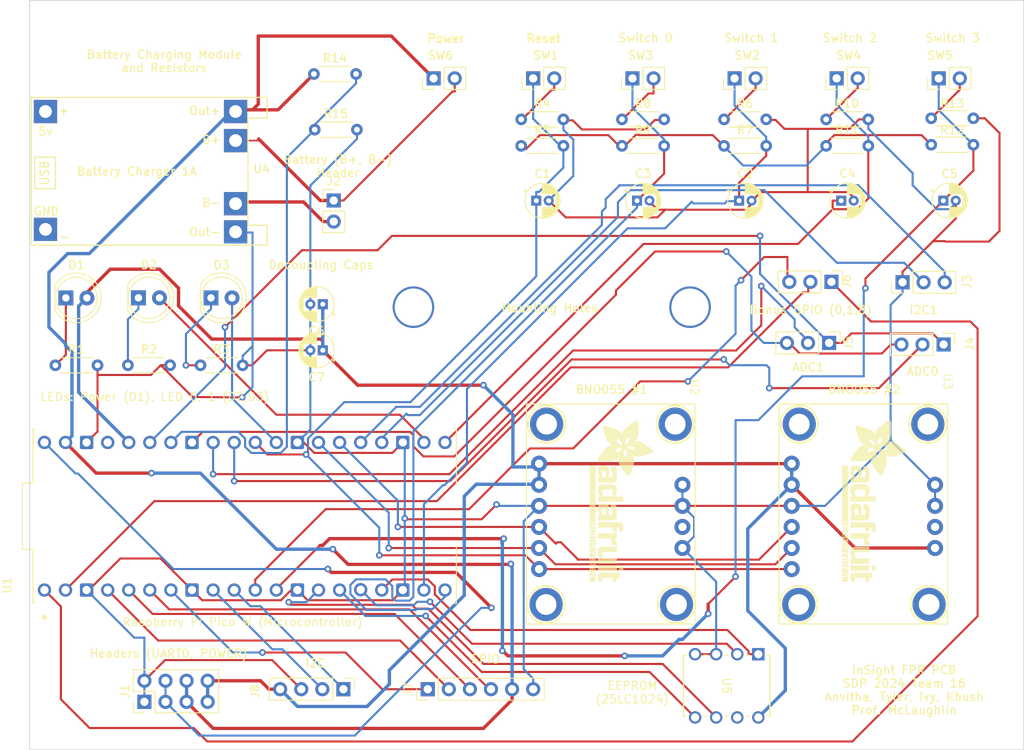
<source format=kicad_pcb>
(kicad_pcb (version 20221018) (generator pcbnew)
  (layers (0 "F.Cu" signal) (31 "B.Cu" signal) (34 "B.Paste" user) (35 "F.Paste" user) (36 "B.SilkS" user "B.Silkscreen") (37 "F.SilkS" user "F.Silkscreen") (38 "B.Mask" user) (39 "F.Mask" user) (44 "Edge.Cuts" user))
  (net 0 "")
  (net 1 "/RST")
  (net 2 "GND")
  (net 3 "/SW0")
  (net 4 "/SW1")
  (net 5 "/SW2")
  (net 6 "+3.3V")
  (net 7 "Net-(D1-K)")
  (net 8 "Net-(D2-K)")
  (net 9 "/LED0")
  (net 10 "Net-(D3-K)")
  (net 11 "/LED1")
  (net 12 "VBUS")
  (net 13 "/GP0_UART0_TX")
  (net 14 "/GP1_UART0_RX")
  (net 15 "/GP8_UART1_TX")
  (net 16 "VDDA")
  (net 17 "/GP26_ADC0")
  (net 18 "GNDA")
  (net 19 "/GP27_ADC1")
  (net 20 "/SPI0_CS")
  (net 21 "/SPI0_SCK")
  (net 22 "/SPI0_MOSI")
  (net 23 "/SPI0_MISO")
  (net 24 "/GP7_AD0")
  (net 25 "/I2C1_SDA")
  (net 26 "/I2C1_SCL")
  (net 27 "+5V")
  (net 28 "Net-(SW1-Pin_2)")
  (net 29 "+3V3")
  (net 30 "Net-(SW2-Pin_2)")
  (net 31 "Net-(SW3-Pin_2)")
  (net 32 "Net-(SW4-Pin_2)")
  (net 33 "Net-(SW5-Pin_2)")
  (net 35 "/GP6_INT")
  (net 36 "/I2C0_SCL")
  (net 37 "/I2C0_SDA")
  (net 40 "/SPI1_SCK")
  (net 41 "/SPI1_MOSI")
  (net 42 "/SPI1_MISO")
  (net 43 "/SPI1_CS")
  (net 45 "/SW3")
  (net 46 "/GP28_ADC2")
  (net 49 "/B+")
  (net 50 "/B-")
  (footprint "LED_THT:LED_D5.0mm" (layer "F.Cu") (at 64.299 95.1484)
    (fp_text reference "D1")
    (fp_text value "LED")
  )
  (footprint "Resistor_THT:R_Axial_DIN0204_L3.6mm_D1.6mm_P5.08mm_Horizontal" (layer "F.Cu") (at 131.2964 73.64)
    (fp_text reference "R8")
    (fp_text value "100")
  )
  (footprint "Resistor_THT:R_Axial_DIN0204_L3.6mm_D1.6mm_P5.08mm_Horizontal" (layer "F.Cu") (at 131.2964 76.831)
    (fp_text reference "R9")
    (fp_text value "10k")
  )
  (footprint "Connector_PinHeader_2.54mm:PinHeader_1x03_P2.54mm_Vertical" (layer "F.Cu") (at 165.1 93.2688 90)
    (fp_text reference "J3")
    (fp_text value "Conn_01x03")
  )
  (footprint "Resistor_THT:R_Axial_DIN0204_L3.6mm_D1.6mm_P5.08mm_Horizontal" (layer "F.Cu") (at 168.5544 73.5076)
    (fp_text reference "R13")
    (fp_text value "100")
  )
  (footprint "25LC1024:PDIP8_300MC_MCH" (layer "F.Cu") (at 147.7264 138.0744 -90)
    (fp_text reference "U5")
    (fp_text value "25LC1024-I/P")
  )
  (footprint "Connector_PinHeader_2.54mm:PinHeader_1x02_P2.54mm_Vertical" (layer "F.Cu") (at 96.5708 83.4136)
    (fp_text reference "J2")
    (fp_text value "Conn_01x02")
  )
  (footprint "Resistor_THT:R_Axial_DIN0204_L3.6mm_D1.6mm_P5.08mm_Horizontal" (layer "F.Cu") (at 71.776 103.2584)
    (fp_text reference "R2")
    (fp_text value "330")
  )
  (footprint "Capacitor_THT:CP_Radial_D4.0mm_P1.50mm" (layer "F.Cu") (at 95.2538 95.9104 180)
    (fp_text reference "C6")
    (fp_text value "100n")
  )
  (footprint "Connector_PinHeader_2.54mm:PinHeader_1x06_P2.54mm_Vertical" (layer "F.Cu") (at 107.8992 142.2908 90)
    (fp_text reference "J7")
    (fp_text value "Conn_01x06")
  )
  (footprint "Connector_PinHeader_2.54mm:PinHeader_1x02_P2.54mm_Vertical" (layer "F.Cu") (at 169.4588 68.703 90)
    (fp_text reference "SW5")
    (fp_text value "Conn_01x02_Pin")
  )
  (footprint "Capacitor_THT:CP_Radial_D4.0mm_P1.50mm" (layer "F.Cu") (at 120.9747 83.435)
    (fp_text reference "C1")
    (fp_text value "100nF")
  )
  (footprint "Resistor_THT:R_Axial_DIN0204_L3.6mm_D1.6mm_P5.08mm_Horizontal" (layer "F.Cu") (at 63.034 103.2674)
    (fp_text reference "R1")
    (fp_text value "330")
  )
  (footprint "Connector_PinHeader_2.54mm:PinHeader_1x02_P2.54mm_Vertical" (layer "F.Cu") (at 157.1597 68.703 90)
    (fp_text reference "SW4")
    (fp_text value "Conn_01x02_Pin")
  )
  (footprint "Library:BNO055_Breakout" (layer "F.Cu") (at 170.5411 107.7567 -90)
    (fp_text reference "U3")
    (fp_text value "~")
  )
  (footprint "Capacitor_THT:CP_Radial_D4.0mm_P1.50mm" (layer "F.Cu") (at 157.7121 83.435)
    (fp_text reference "C4")
    (fp_text value "100nF")
  )
  (footprint "Capacitor_THT:CP_Radial_D4.0mm_P1.50mm" (layer "F.Cu") (at 95.2538 101.4604 180)
    (fp_text reference "C7")
    (fp_text value "1u")
  )
  (footprint "Resistor_THT:R_Axial_DIN0204_L3.6mm_D1.6mm_P5.08mm_Horizontal" (layer "F.Cu") (at 168.5544 76.6986)
    (fp_text reference "R12")
    (fp_text value "10k")
  )
  (footprint "TP4056:TP4056-18650" (layer "F.Cu") (at 60.144 70.9948)
    (fp_text reference "U4")
    (fp_text value "~" hide)
  )
  (footprint "LED_THT:LED_D5.0mm" (layer "F.Cu") (at 73.041 95.1394)
    (fp_text reference "D2")
    (fp_text value "LED")
  )
  (footprint "Resistor_THT:R_Axial_DIN0204_L3.6mm_D1.6mm_P5.08mm_Horizontal" (layer "F.Cu") (at 143.5955 76.831)
    (fp_text reference "R7")
    (fp_text value "10k")
  )
  (footprint "Connector_PinHeader_2.54mm:PinHeader_1x02_P2.54mm_Vertical" (layer "F.Cu") (at 144.8605 68.703 90)
    (fp_text reference "SW2")
    (fp_text value "Conn_01x02_Pin")
  )
  (footprint "Resistor_THT:R_Axial_DIN0204_L3.6mm_D1.6mm_P5.08mm_Horizontal" (layer "F.Cu") (at 94.1832 68.1736)
    (fp_text reference "R14")
    (fp_text value "3.3k")
  )
  (footprint "Resistor_THT:R_Axial_DIN0204_L3.6mm_D1.6mm_P5.08mm_Horizontal" (layer "F.Cu") (at 119.1573 76.831)
    (fp_text reference "R5")
    (fp_text value "10k")
  )
  (footprint "Connector_PinHeader_2.54mm:PinHeader_1x02_P2.54mm_Vertical" (layer "F.Cu") (at 120.5992 68.703 90)
    (fp_text reference "SW1")
    (fp_text value "Conn_01x02_Pin")
  )
  (footprint "Connector_PinHeader_2.54mm:PinHeader_1x02_P2.54mm_Vertical" (layer "F.Cu") (at 108.6054 68.703 90)
    (fp_text reference "SW6")
    (fp_text value "Conn_01x02_Pin")
  )
  (footprint "Connector_PinHeader_2.54mm:PinHeader_1x03_P2.54mm_Vertical" (layer "F.Cu") (at 156.5379 93.218 -90)
    (fp_text reference "J6")
    (fp_text value "Conn_01x03")
  )
  (footprint "Resistor_THT:R_Axial_DIN0204_L3.6mm_D1.6mm_P5.08mm_Horizontal" (layer "F.Cu") (at 80.518 103.2674)
    (fp_text reference "R3")
    (fp_text value "330")
  )
  (footprint "MountingHole:MountingHole_4.5mm" (layer "F.Cu") (at 106.172 96.266)
    (fp_text reference "H1")
    (fp_text value "MountingHole")
  )
  (footprint "Resistor_THT:R_Axial_DIN0204_L3.6mm_D1.6mm_P5.08mm_Horizontal" (layer "F.Cu") (at 143.5955 73.64)
    (fp_text reference "R6")
    (fp_text value "100")
  )
  (footprint "RP2040_SC0918:MODULE_SC0918" (layer "F.Cu") (at 85.848 121.4539 90)
    (fp_text reference "U1")
    (fp_text value "SC0918")
  )
  (footprint "Library:BNO055_Breakout" (layer "F.Cu") (at 140.108 107.7567 -90)
    (fp_text reference "U2")
    (fp_text value "~")
  )
  (footprint "Connector_PinHeader_2.54mm:PinHeader_1x02_P2.54mm_Vertical" (layer "F.Cu") (at 132.5614 68.703 90)
    (fp_text reference "SW3")
    (fp_text value "Conn_01x02_Pin")
  )
  (footprint "Capacitor_THT:CP_Radial_D4.0mm_P1.50mm" (layer "F.Cu") (at 170.0112 83.435)
    (fp_text reference "C5")
    (fp_text value "100nF")
  )
  (footprint "Connector_PinHeader_2.54mm:PinHeader_1x03_P2.54mm_Vertical" (layer "F.Cu") (at 156.25046 100.5748 -90)
    (fp_text reference "J5")
    (fp_text value "Conn_01x03")
  )
  (footprint "Capacitor_THT:CP_Radial_D4.0mm_P1.50mm" (layer "F.Cu") (at 133.1138 83.435)
    (fp_text reference "C3")
    (fp_text value "100nF")
  )
  (footprint "Resistor_THT:R_Axial_DIN0204_L3.6mm_D1.6mm_P5.08mm_Horizontal" (layer "F.Cu") (at 94.2848 74.8792)
    (fp_text reference "R15")
    (fp_text value "1k")
  )
  (footprint "Resistor_THT:R_Axial_DIN0204_L3.6mm_D1.6mm_P5.08mm_Horizontal" (layer "F.Cu") (at 155.8947 76.831)
    (fp_text reference "R11")
    (fp_text value "10k")
  )
  (footprint "LED_THT:LED_D5.0mm" (layer "F.Cu") (at 81.783 95.1484)
    (fp_text reference "D3")
    (fp_text value "LED")
  )
  (footprint "Capacitor_THT:CP_Radial_D4.0mm_P1.50mm" (layer "F.Cu") (at 145.4129 83.435)
    (fp_text reference "C2")
    (fp_text value "100nF")
  )
  (footprint "Resistor_THT:R_Axial_DIN0204_L3.6mm_D1.6mm_P5.08mm_Horizontal" (layer "F.Cu") (at 119.1573 73.64)
    (fp_text reference "R4")
    (fp_text value "100")
  )
  (footprint "Connector_PinHeader_2.54mm:PinHeader_1x04_P2.54mm_Vertical" (layer "F.Cu") (at 97.7392 142.2908 -90)
    (fp_text reference "J8")
    (fp_text value "Conn_01x04")
  )
  (footprint "Resistor_THT:R_Axial_DIN0204_L3.6mm_D1.6mm_P5.08mm_Horizontal" (layer "F.Cu") (at 155.8947 73.64)
    (fp_text reference "R10")
    (fp_text value "100")
  )
  (footprint "MountingHole:MountingHole_4.5mm" (layer "F.Cu") (at 139.502 96.266)
    (fp_text reference "H2")
    (fp_text value "MountingHole")
  )
  (footprint "Connector_PinHeader_2.54mm:PinHeader_2x04_P2.54mm_Vertical" (layer "F.Cu") (at 73.7616 143.8148 90)
    (fp_text reference "J1")
    (fp_text value "Conn_02x04_Odd_Even")
  )
  (footprint "Connector_PinHeader_2.54mm:PinHeader_1x03_P2.54mm_Vertical" (layer "F.Cu") (at 170.0463 100.761 -90)
    (fp_text reference "J4")
    (fp_text value "Conn_01x03")
  )
  (gr_rect (start 59.944 59.309) (end 179.705 149.606) (stroke (width 0.1)) (fill none) (layer "Edge.Cuts"))
  (gr_text "Mounting Holes" (at 122.5804 96.9535) (layer "F.SilkS") (effects (font (size 1 1)) (justify bottom)))
  (gr_text "EEPROM\n(25LC1024)" (at 132.5372 144.0688) (layer "F.SilkS") (effects (font (size 1 1) (thickness 0.125)) (justify bottom)))
  (gr_text "LEDs: Power (D1), LED 0, 1 (D2,D3)" (at 75.0316 107.6452) (layer "F.SilkS") (effects (font (size 1 1) (thickness 0.125)) (justify bottom)))
  (gr_text "Switch 2" (at 158.747158 64.413776) (layer "F.SilkS") (effects (font (size 1 1)) (justify bottom)))
  (gr_text "Battery (B+, B-)\nHeader" (at 97.0788 80.6662) (layer "F.SilkS") (effects (font (size 1 1)) (justify bottom)))
  (gr_text "Switch 0" (at 134.14458 64.413776) (layer "F.SilkS") (effects (font (size 1 1)) (justify bottom)))
  (gr_text "SPIO" (at 114.8588 139.2428) (layer "F.SilkS") (effects (font (size 1 1)) (justify bottom)))
  (gr_text "I2C1" (at 167.64 97.1804) (layer "F.SilkS") (effects (font (size 1 1)) (justify bottom)))
  (gr_text "ADC0" (at 167.52132 104.57105) (layer "F.SilkS") (effects (font (size 1 1)) (justify bottom)))
  (gr_text "Switch 1" (at 146.861819 64.413776) (layer "F.SilkS") (effects (font (size 1 1)) (justify bottom)))
  (gr_text "Raspberry Pi Pico W (Microcontroller)" (at 85.598 134.7724) (layer "F.SilkS") (effects (font (size 1 1) (thickness 0.125)) (justify bottom)))
  (gr_text "Battery Charging Module\nand Resistors" (at 76.1492 68.0212) (layer "F.SilkS") (effects (font (size 1 1)) (justify bottom)))
  (gr_text "BNO055 #2" (at 160.4811 106.7816) (layer "F.SilkS") (effects (font (size 1 1)) (justify bottom)))
  (gr_text "I2C" (at 93.0656 139.7508) (layer "F.SilkS") (effects (font (size 1 1)) (justify left bottom)))
  (gr_text "Power" (at 110.0836 64.476276) (layer "F.SilkS") (effects (font (size 1 1) (thickness 0.2) bold) (justify bottom)))
  (gr_text "Decoupling Caps" (at 95.0468 91.7448) (layer "F.SilkS") (effects (font (size 1 1)) (justify bottom)))
  (gr_text "InSight FPR PCB\nSDP 2024 Team 16\nAnvitha, Tyler, Ivy, Khush\nProf. McLaughlin" (at 165.3032 145.3896) (layer "F.SilkS") (effects (font (size 1 1)) (justify bottom)))
  (gr_text "ADC1" (at 153.72546 104.0892) (layer "F.SilkS") (effects (font (size 1 1)) (justify bottom)))
  (gr_text "BNO055 #1" (at 130.048 106.7816) (layer "F.SilkS") (effects (font (size 1 1)) (justify bottom)))
  (gr_text "Headers (UART0, POWER)" (at 67.056 138.5824) (layer "F.SilkS") (effects (font (size 1 1)) (justify left bottom)))
  (gr_text "Bonus GPIO (0,1,8)" (at 154.0129 97.1804) (layer "F.SilkS") (effects (font (size 1 1)) (justify bottom)))
  (gr_text "Switch 3" (at 171.147897 64.413776) (layer "F.SilkS") (effects (font (size 1 1)) (justify bottom)))
  (gr_text "Reset" (at 121.849741 64.476276) (layer "F.SilkS") (effects (font (size 1 1) (thickness 0.2) bold) (justify bottom)))
  (segment (start 119.6503 126.161) (end 102.0605 126.161) (width 0.25) (layer "F.Cu") (net 1))
  (segment (start 151.7451 127.8227) (end 121.312 127.8227) (width 0.25) (layer "F.Cu") (net 1))
  (segment (start 121.312 127.8227) (end 119.6503 126.161) (width 0.25) (layer "F.Cu") (net 1))
  (segment (start 93.2403 114.0126) (end 88.5667 114.0126) (width 0.25) (layer "F.Cu") (net 1))
  (segment (start 88.5667 114.0126) (end 87.118 112.5639) (width 0.25) (layer "F.Cu") (net 1))
  (via (at 102.0605 126.161) (size 0.8) (drill 0.4) (layers "F.Cu" "B.Cu") (net 1))
  (via (at 93.2403 114.0126) (size 0.8) (drill 0.4) (layers "F.Cu" "B.Cu") (net 1))
  (segment (start 93.4685 113.7844) (end 93.2403 114.0126) (width 0.25) (layer "B.Cu") (net 1))
  (segment (start 102.0605 122.8328) (end 93.2403 114.0126) (width 0.25) (layer "B.Cu") (net 1))
  (segment (start 102.0605 126.161) (end 102.0605 122.8328) (width 0.25) (layer "B.Cu") (net 1))
  (segment (start 121.3111 82.3834) (end 124.2373 79.4572) (width 0.25) (layer "B.Cu") (net 1))
  (segment (start 120.9747 92.5377) (end 105.8046 107.7078) (width 0.25) (layer "B.Cu") (net 1))
  (segment (start 120.5992 68.7832) (end 120.5992 73.5653) (width 0.25) (layer "B.Cu") (net 1))
  (segment (start 120.9747 83.4103) (end 120.9747 92.5377) (width 0.25) (layer "B.Cu") (net 1))
  (segment (start 93.4685 112.0861) (end 93.4685 113.7844) (width 0.25) (layer "B.Cu") (net 1))
  (segment (start 120.9747 83.1907) (end 120.9747 83.4103) (width 0.25) (layer "B.Cu") (net 1))
  (segment (start 124.2373 77.2034) (end 124.2373 79.4572) (width 0.25) (layer "B.Cu") (net 1))
  (segment (start 120.9747 82.3834) (end 121.3111 82.3834) (width 0.25) (layer "B.Cu") (net 1))
  (segment (start 120.9747 83.1907) (end 120.9747 82.3834) (width 0.25) (layer "B.Cu") (net 1))
  (segment (start 105.8046 107.7078) (end 97.8468 107.7078) (width 0.25) (layer "B.Cu") (net 1))
  (segment (start 120.5992 73.5653) (end 124.2373 77.2034) (width 0.25) (layer "B.Cu") (net 1))
  (segment (start 97.8468 107.7078) (end 93.4685 112.0861) (width 0.25) (layer "B.Cu") (net 1))
  (segment (start 138.584 120.2027) (end 151.7451 120.2027) (width 0.25) (layer "F.Cu") (net 2))
  (segment (start 153.6764 74.7796) (end 150.8767 74.7796) (width 0.25) (layer "F.Cu") (net 2))
  (segment (start 103.6389 113.823) (end 94.2202 113.823) (width 0.25) (layer "F.Cu") (net 2))
  (segment (start 122.6322 83.5678) (end 124.51 85.4456) (width 0.25) (layer "F.Cu") (net 2))
  (segment (start 90.2171 131.5716) (end 80.7257 131.5716) (width 0.25) (layer "F.Cu") (net 2))
  (segment (start 80.7257 131.5716) (end 79.498 130.3439) (width 0.25) (layer "F.Cu") (net 2))
  (segment (start 85.598 103.2674) (end 86.7249 103.2674) (width 0.25) (layer "F.Cu") (net 2))
  (segment (start 66.798 112.5639) (end 68.114 111.2479) (width 0.25) (layer "F.Cu") (net 2))
  (segment (start 160.9747 73.64) (end 159.8478 73.64) (width 0.25) (layer "F.Cu") (net 2))
  (segment (start 135.591 84.5271) (end 134.6138 83.5499) (width 0.25) (layer "F.Cu") (net 2))
  (segment (start 159.2121 83.06) (end 158.556 82.4039) (width 0.25) (layer "F.Cu") (net 2))
  (segment (start 142.6464 138.0744) (end 140.1064 138.0744) (width 0.25) (layer "F.Cu") (net 2))
  (segment (start 91.4448 130.3439) (end 90.2171 131.5716) (width 0.25) (layer "F.Cu") (net 2))
  (segment (start 146.2138 84.5271) (end 136.4996 84.5271) (width 0.25) (layer "F.Cu") (net 2))
  (segment (start 76.856 103.2584) (end 75.7291 103.2584) (width 0.25) (layer "F.Cu") (net 2))
  (segment (start 75.6969 126.5428) (end 79.498 130.3439) (width 0.25) (layer "F.Cu") (net 2))
  (segment (start 153.6764 74.7796) (end 153.6764 82.4039) (width 0.25) (layer "F.Cu") (net 2))
  (segment (start 173.6344 73.5076) (end 175.006 73.5076) (width 0.25) (layer "F.Cu") (net 2))
  (segment (start 136.4996 84.5271) (end 135.591 84.5271) (width 0.25) (layer "F.Cu") (net 2))
  (segment (start 94.2202 113.823) (end 92.9611 112.5639) (width 0.25) (layer "F.Cu") (net 2))
  (segment (start 159.2121 83.435) (end 159.2121 83.06) (width 0.25) (layer "F.Cu") (net 2))
  (segment (start 122.6322 83.5678) (end 122.4747 83.4103) (width 0.25) (layer "F.Cu") (net 2))
  (segment (start 70.866 126.5428) (end 75.6969 126.5428) (width 0.25) (layer "F.Cu") (net 2))
  (segment (start 158.556 82.4039) (end 153.6764 82.4039) (width 0.25) (layer "F.Cu") (net 2))
  (segment (start 175.006 73.5076) (end 176.784 75.2856) (width 0.25) (layer "F.Cu") (net 2))
  (segment (start 68.114 104.439) (end 68.114 103.2674) (width 0.25) (layer "F.Cu") (net 2))
  (segment (start 75.7291 103.2584) (end 79.5571 107.0864) (width 0.25) (layer "F.Cu") (net 2))
  (segment (start 89.154 138.7856) (end 76.2508 138.7856) (width 0.25) (layer "F.Cu") (net 2))
  (segment (start 148.0092 82.4039) (end 146.9129 83.5002) (width 0.25) (layer "F.Cu") (net 2))
  (segment (start 103.6707 131.5712) (end 104.898 130.3439) (width 0.25) (layer "F.Cu") (net 2))
  (segment (start 159.8478 73.64) (end 158.7082 74.7796) (width 0.25) (layer "F.Cu") (net 2))
  (segment (start 88.5319 101.4604) (end 86.7249 103.2674) (width 0.25) (layer "F.Cu") (net 2))
  (segment (start 66.798 130.3439) (end 67.0649 130.3439) (width 0.25) (layer "F.Cu") (net 2))
  (segment (start 153.6764 82.4039) (end 148.0092 82.4039) (width 0.25) (layer "F.Cu") (net 2))
  (segment (start 92.9611 112.5639) (end 92.198 112.5639) (width 0.25) (layer "F.Cu") (net 2))
  (segment (start 67.0649 130.3439) (end 70.866 126.5428) (width 0.25) (layer "F.Cu") (net 2))
  (segment (start 93.4253 131.5712) (end 103.6707 131.5712) (width 0.25) (layer "F.Cu") (net 2))
  (segment (start 114.4016 121.8184) (end 105.2299 121.8184) (width 0.25) (layer "F.Cu") (net 2))
  (segment (start 168.77955 88.31235) (end 170.20195 88.31235) (width 0.25) (layer "F.Cu") (net 2))
  (segment (start 170.20195 88.31235) (end 170.2562 88.3666) (width 0.25) (layer "F.Cu") (net 2))
  (segment (start 176.784 87.0712) (end 176.784 75.2856) (width 0.25) (layer "F.Cu") (net 2))
  (segment (start 135.5811 85.4456) (end 136.4996 84.5271) (width 0.25) (layer "F.Cu") (net 2))
  (segment (start 171.5112 85.5807) (end 171.5112 83.435) (width 0.25) (layer "F.Cu") (net 2))
  (segment (start 135.2495 73.7174) (end 134.1157 74.8512) (width 0.25) (layer "F.Cu") (net 2))
  (segment (start 76.2508 138.7856) (end 73.7616 141.2748) (width 0.25) (layer "F.Cu") (net 2))
  (segment (start 126.4571 74.8512) (end 125.3642 73.7583) (width 0.25) (layer "F.Cu") (net 2))
  (segment (start 116.1796 120.0404) (end 114.4016 121.8184) (width 0.25) (layer "F.Cu") (net 2))
  (segment (start 148.6755 73.7053) (end 149.8024 73.7053) (width 0.25) (layer "F.Cu") (net 2))
  (segment (start 165.1 91.9919) (end 168.77955 88.31235) (width 0.25) (layer "F.Cu") (net 2))
  (segment (start 170.2562 88.3666) (end 175.4886 88.3666) (width 0.25) (layer "F.Cu") (net 2))
  (segment (start 150.8767 74.7796) (end 149.8024 73.7053) (width 0.25) (layer "F.Cu") (net 2))
  (segment (start 74.5485 104.439) (end 75.7291 103.2584) (width 0.25) (layer "F.Cu") (net 2))
  (segment (start 165.1 93.2688) (end 165.1 91.9919) (width 0.25) (layer "F.Cu") (net 2))
  (segment (start 68.114 111.2479) (end 68.114 104.439) (width 0.25) (layer "F.Cu") (net 2))
  (segment (start 158.7082 74.7796) (end 153.6764 74.7796) (width 0.25) (layer "F.Cu") (net 2))
  (segment (start 175.4886 88.3666) (end 176.784 87.0712) (width 0.25) (layer "F.Cu") (net 2))
  (segment (start 124.51 85.4456) (end 135.5811 85.4456) (width 0.25) (layer "F.Cu") (net 2))
  (segment (start 79.5571 107.0864) (end 85.5472 107.1372) (width 0.25) (layer "F.Cu") (net 2))
  (segment (start 146.9129 83.828) (end 146.2138 84.5271) (width 0.25) (layer "F.Cu") (net 2))
  (segment (start 92.198 130.3439) (end 91.4448 130.3439) (width 0.25) (layer "F.Cu") (net 2))
  (segment (start 134.1157 74.8512) (end 126.4571 74.8512) (width 0.25) (layer "F.Cu") (net 2))
  (segment (start 168.77955 88.31235) (end 171.5112 85.5807) (width 0.25) (layer "F.Cu") (net 2))
  (segment (start 124.2373 73.7583) (end 125.3642 73.7583) (width 0.25) (layer "F.Cu") (net 2))
  (segment (start 121.312 120.2027) (end 138.584 120.2027) (width 0.25) (layer "F.Cu") (net 2))
  (segment (start 93.7538 101.4604) (end 88.5319 101.4604) (width 0.25) (layer "F.Cu") (net 2))
  (segment (start 92.6592 142.2908) (end 89.154 138.7856) (width 0.25) (layer "F.Cu") (net 2))
  (segment (start 68.114 104.439) (end 74.5485 104.439) (width 0.25) (layer "F.Cu") (net 2))
  (segment (start 146.9129 83.5002) (end 146.9129 83.828) (width 0.25) (layer "F.Cu") (net 2))
  (segment (start 92.198 130.3439) (end 93.4253 131.5712) (width 0.25) (layer "F.Cu") (net 2))
  (segment (start 104.898 112.5639) (end 103.6389 113.823) (width 0.25) (layer "F.Cu") (net 2))
  (segment (start 136.3764 73.7174) (end 135.2495 73.7174) (width 0.25) (layer "F.Cu") (net 2))
  (segment (start 105.2299 121.8184) (end 105.1283 121.7168) (width 0.25) (layer "F.Cu") (net 2))
  (via (at 116.1796 120.0404) (size 0.8) (drill 0.4) (layers "F.Cu" "B.Cu") (net 2))
  (via (at 105.1283 121.7168) (size 0.8) (drill 0.4) (layers "F.Cu" "B.Cu") (net 2))
  (via (at 85.5472 107.1372) (size 0.8) (drill 0.4) (layers "F.Cu" "B.Cu") (net 2))
  (segment (start 86.7891 100.9494) (end 85.598 102.1405) (width 0.25) (layer "B.Cu") (net 2))
  (segment (start 120.5992 142.2908) (end 120.5992 141.0139) (width 0.25) (layer "B.Cu") (net 2))
  (segment (start 93.7538 111.0081) (end 92.198 112.5639) (width 0.25) (layer "B.Cu") (net 2))
  (segment (start 169.2 84.4619) (end 166.3175 81.5794) (width 0.25) (layer "B.Cu") (net 2))
  (segment (start 122.4747 83.4103) (end 125.4354 80.4496) (width 0.25) (layer "B.Cu") (net 2))
  (segment (start 138.584 120.2027) (end 139.9941 121.6128) (width 0.25) (layer "B.Cu") (net 2))
  (segment (start 84.6508 87.2744) (end 86.7891 87.2744) (width 0.25) (layer "B.Cu") (net 2))
  (segment (start 73.7616 143.8148) (end 73.7616 141.2748) (width 0.25) (layer "B.Cu") (net 2))
  (segment (start 125.4354 76.0833) (end 124.2373 74.8852) (width 0.25) (layer "B.Cu") (net 2))
  (segment (start 86.7891 87.2744) (end 86.7891 100.33) (width 0.25) (layer "B.Cu") (net 2))
  (segment (start 139.9941 123.8726) (end 138.584 125.2827) (width 0.25) (layer "B.Cu") (net 2))
  (segment (start 163.6612 112.3068) (end 163.6612 95.9845) (width 0.25) (layer "B.Cu") (net 2))
  (segment (start 72.5344 136.0803) (end 73.7616 136.0803) (width 0.25) (layer "B.Cu") (net 2))
  (segment (start 119.4588 122.0559) (end 121.312 120.2027) (width 0.25) (layer "B.Cu") (net 2))
  (segment (start 139.9941 121.6128) (end 139.9941 123.8726) (width 0.25) (layer "B.Cu") (net 2))
  (segment (start 105.1283 121.7168) (end 105.1283 112.7942) (width 0.25) (layer "B.Cu") (net 2))
  (segment (start 171.5112 83.7465) (end 170.7958 84.4619) (width 0.25) (layer "B.Cu") (net 2))
  (segment (start 121.312 120.2027) (end 116.3419 120.2027) (width 0.25) (layer "B.Cu") (net 2))
  (segment (start 85.598 103.2674) (end 85.598 102.1405) (width 0.25) (layer "B.Cu") (net 2))
  (segment (start 119.4588 139.8735) (end 119.4588 122.0559) (width 0.25) (layer "B.Cu") (net 2))
  (segment (start 138.584 125.2827) (end 142.6464 129.3451) (width 0.25) (layer "B.Cu") (net 2))
  (segment (start 125.4354 80.4496) (end 125.4354 76.0833) (width 0.25) (layer "B.Cu") (net 2))
  (segment (start 85.5472 107.1372) (end 86.7891 105.8953) (width 0.25) (layer "B.Cu") (net 2))
  (segment (start 166.3175 81.5794) (end 166.3175 80.1097) (width 0.25) (layer "B.Cu") (net 2))
  (segment (start 105.1283 121.7168) (end 105.1283 130.1136) (width 0.25) (layer "B.Cu") (net 2))
  (segment (start 160.9747 74.7669) (end 166.3175 80.1097) (width 0.25) (layer "B.Cu") (net 2))
  (segment (start 116.3419 120.2027) (end 116.1796 120.0404) (width 0.25) (layer "B.Cu") (net 2))
  (segment (start 165.1 93.2688) (end 165.1 94.5457) (width 0.25) (layer "B.Cu") (net 2))
  (segment (start 120.5992 141.0139) (end 119.4588 139.8735) (width 0.25) (layer "B.Cu") (net 2))
  (segment (start 138.584 117.6627) (end 138.584 120.2027) (width 0.25) (layer "B.Cu") (net 2))
  (segment (start 155.7653 120.2027) (end 163.6612 112.3068) (width 0.25) (layer "B.Cu") (net 2))
  (segment (start 99.3648 74.8792) (end 99.3648 76.0061) (width 0.25) (layer "B.Cu") (net 2))
  (segment (start 142.6464 129.3451) (end 142.6464 138.0744) (width 0.25) (layer "B.Cu") (net 2))
  (segment (start 93.7538 95.9104) (end 93.7538 81.6171) (width 0.25) (layer "B.Cu") (net 2))
  (segment (start 86.7891 100.33) (end 86.7891 100.9494) (width 0.25) (layer "B.Cu") (net 2))
  (segment (start 171.5112 83.435) (end 171.5112 83.7465) (width 0.25) (layer "B.Cu") (net 2))
  (segment (start 86.7891 105.8953) (end 86.7891 100.33) (width 0.25) (layer "B.Cu") (net 2))
  (segment (start 163.6612 95.9845) (end 165.1 94.5457) (width 0.25) (layer "B.Cu") (net 2))
  (segment (start 93.7538 101.4604) (end 93.7538 95.9104) (width 0.25) (layer "B.Cu") (net 2))
  (segment (start 105.1283 130.1136) (end 104.898 130.3439) (width 0.25) (layer "B.Cu") (net 2))
  (segment (start 93.7538 81.6171) (end 99.3648 76.0061) (width 0.25) (layer "B.Cu") (net 2))
  (segment (start 105.1283 112.7942) (end 104.898 112.5639) (width 0.25) (layer "B.Cu") (net 2))
  (segment (start 151.7451 120.2027) (end 155.7653 120.2027) (width 0.25) (layer "B.Cu") (net 2))
  (segment (start 93.7538 101.4604) (end 93.7538 111.0081) (width 0.25) (layer "B.Cu") (net 2))
  (segment (start 124.2373 73.7583) (end 124.2373 74.8852) (width 0.25) (layer "B.Cu") (net 2))
  (segment (start 66.798 130.3439) (end 72.5344 136.0803) (width 0.25) (layer "B.Cu") (net 2))
  (segment (start 160.9747 73.64) (end 160.9747 74.7669) (width 0.25) (layer "B.Cu") (net 2))
  (segment (start 169.0171 120.2027) (end 169.0171 117.6627) (width 0.25) (layer "B.Cu") (net 2))
  (segment (start 170.7958 84.4619) (end 169.2 84.4619) (width 0.25) (layer "B.Cu") (net 2))
  (segment (start 169.0171 117.6627) (end 163.6612 112.3068) (width 0.25) (layer "B.Cu") (net 2))
  (segment (start 73.7616 141.2748) (end 73.7616 136.0803) (width 0.25) (layer "B.Cu") (net 2))
  (segment (start 148.6755 76.8962) (end 148.6755 78.0231) (width 0.25) (layer "F.Cu") (net 3))
  (segment (start 145.4129 81.2857) (end 148.6755 78.0231) (width 0.25) (layer "F.Cu") (net 3))
  (segment (start 145.4129 83.5002) (end 145.4129 81.2857) (width 0.25) (layer "F.Cu") (net 3))
  (segment (start 131.9784 86.7664) (end 136.4996 86.7664) (width 0.25) (layer "B.Cu") (net 3))
  (segment (start 143.9425 83.5002) (end 143.6735 83.7692) (width 0.25) (layer "B.Cu") (net 3))
  (segment (start 136.4996 86.7664) (end 139.7 83.566) (width 0.25) (layer "B.Cu") (net 3))
  (segment (start 148.6755 76.8962) (end 148.6755 75.7693) (width 0.25) (layer "B.Cu") (net 3))
  (segment (start 107.438 120.0047) (end 109.73355 117.70915) (width 0.25) (layer "B.Cu") (net 3))
  (segment (start 112.6236 106.1212) (end 131.9784 86.7664) (width 0.25) (layer "B.Cu") (net 3))
  (segment (start 109.73355 117.70915) (end 109.92565 117.70915) (width 0.25) (layer "B.Cu") (net 3))
  (segment (start 107.438 130.3439) (end 107.438 120.0047) (width 0.25) (layer "B.Cu") (net 3))
  (segment (start 144.8605 68.7682) (end 144.8605 71.9543) (width 0.25) (layer "B.Cu") (net 3))
  (segment (start 109.92565 117.70915) (end 112.6236 115.0112) (width 0.25) (layer "B.Cu") (net 3))
  (segment (start 112.6236 115.0112) (end 112.6236 106.1212) (width 0.25) (layer "B.Cu") (net 3))
  (segment (start 139.9032 83.7692) (end 143.6735 83.7692) (width 0.25) (layer "B.Cu") (net 3))
  (segment (start 145.4129 83.5002) (end 143.9425 83.5002) (width 0.25) (layer "B.Cu") (net 3))
  (segment (start 144.8605 71.9543) (end 148.6755 75.7693) (width 0.25) (layer "B.Cu") (net 3))
  (segment (start 139.7 83.566) (end 139.9032 83.7692) (width 0.25) (layer "B.Cu") (net 3))
  (segment (start 136.3764 76.831) (end 136.3764 80.1724) (width 0.25) (layer "F.Cu") (net 4))
  (segment (start 136.3764 80.1724) (end 133.1138 83.435) (width 0.25) (layer "F.Cu") (net 4))
  (segment (start 106.1684 111.2106) (end 133.1138 84.2652) (width 0.25) (layer "B.Cu") (net 4))
  (segment (start 133.1138 83.2383) (end 133.1138 84.2652) (width 0.25) (layer "B.Cu") (net 4))
  (segment (start 103.6275 129.8661) (end 103.6275 131.2361) (width 0.25) (layer "B.Cu") (net 4))
  (segment (start 108.4716 132.6389) (end 106.5294 132.6389) (width 0.25) (layer "B.Cu") (net 4))
  (segment (start 106.1684 131.1634) (end 106.1684 111.2106) (width 0.25) (layer "B.Cu") (net 4))
  (segment (start 98.5817 130.8339) (end 98.5817 129.7252) (width 0.25) (layer "B.Cu") (net 4))
  (segment (start 98.5817 129.7252) (end 99.2528 129.0541) (width 0.25) (layer "B.Cu") (net 4))
  (segment (start 106.418 132.7503) (end 100.4981 132.7503) (width 0.25) (layer "B.Cu") (net 4))
  (segment (start 106.5294 132.6389) (end 106.418 132.7503) (width 0.25) (layer "B.Cu") (net 4))
  (segment (start 105.7114 131.6204) (end 106.1684 131.1634) (width 0.25) (layer "B.Cu") (net 4))
  (segment (start 132.5614 69.247) (end 132.5614 72.2399) (width 0.25) (layer "B.Cu") (net 4))
  (segment (start 132.5614 72.2399) (end 136.3764 76.0549) (width 0.25) (layer "B.Cu") (net 4))
  (segment (start 104.0118 131.6204) (end 105.7114 131.6204) (width 0.25) (layer "B.Cu") (net 4))
  (segment (start 103.6275 131.2361) (end 104.0118 131.6204) (width 0.25) (layer "B.Cu") (net 4))
  (segment (start 109.978 131.1325) (end 108.4716 132.6389) (width 0.25) (layer "B.Cu") (net 4))
  (segment (start 109.978 130.3439) (end 109.978 131.1325) (width 0.25) (layer "B.Cu") (net 4))
  (segment (start 99.2528 129.0541) (end 102.8155 129.0541) (width 0.25) (layer "B.Cu") (net 4))
  (segment (start 102.8155 129.0541) (end 103.6275 129.8661) (width 0.25) (layer "B.Cu") (net 4))
  (segment (start 100.4981 132.7503) (end 98.5817 130.8339) (width 0.25) (layer "B.Cu") (net 4))
  (segment (start 160.9747 83.1732) (end 160.9747 76.831) (width 0.25) (layer "F.Cu") (net 5))
  (segment (start 157.7121 83.435) (end 156.6852 83.435) (width 0.25) (layer "F.Cu") (net 5))
  (segment (start 159.686 84.4619) (end 160.9747 83.1732) (width 0.25) (layer "F.Cu") (net 5))
  (segment (start 156.6852 84.4619) (end 159.686 84.4619) (width 0.25) (layer "F.Cu") (net 5))
  (segment (start 156.6852 84.4619) (end 152.5011 88.646) (width 0.25) (layer "F.Cu") (net 5))
  (segment (start 133.8959 88.646) (end 109.978 112.5639) (width 0.25) (layer "F.Cu") (net 5))
  (segment (start 152.5011 88.646) (end 133.8959 88.646) (width 0.25) (layer "F.Cu") (net 5))
  (segment (start 156.6852 84.4619) (end 156.6852 83.435) (width 0.25) (layer "F.Cu") (net 5))
  (segment (start 157.1597 71.8891) (end 160.9747 75.7041) (width 0.25) (layer "B.Cu") (net 5))
  (segment (start 160.9747 76.831) (end 160.9747 75.7041) (width 0.25) (layer "B.Cu") (net 5))
  (segment (start 157.1597 68.703) (end 157.1597 71.8891) (width 0.25) (layer "B.Cu") (net 5))
  (segment (start 159.3651 125.2827) (end 169.0171 125.2827) (width 0.4) (layer "F.Cu") (net 6))
  (segment (start 66.839 94.5018) (end 69.6468 91.694) (width 0.4) (layer "F.Cu") (net 6))
  (segment (start 75.5904 91.694) (end 77.8764 93.98) (width 0.4) (layer "F.Cu") (net 6))
  (segment (start 81.87655 100.11375) (end 95.00905 100.11375) (width 0.4) (layer "F.Cu") (net 6))
  (segment (start 69.6468 91.694) (end 75.5904 91.694) (width 0.4) (layer "F.Cu") (net 6))
  (segment (start 95.00905 100.11375) (end 95.2538 100.3585) (width 0.4) (layer "F.Cu") (net 6))
  (segment (start 77.8764 96.1136) (end 81.87655 100.11375) (width 0.4) (layer "F.Cu") (net 6))
  (segment (start 95.2538 100.3585) (end 95.2538 101.4604) (width 0.4) (layer "F.Cu") (net 6))
  (segment (start 77.8764 93.98) (end 77.8764 96.1136) (width 0.4) (layer "F.Cu") (net 6))
  (segment (start 66.839 95.1484) (end 66.839 94.5018) (width 0.4) (layer "F.Cu") (net 6))
  (segment (start 151.7451 117.6627) (end 159.3651 125.2827) (width 0.4) (layer "F.Cu") (net 6))
  (segment (start 87.7513 141.2748) (end 88.7673 142.2908) (width 0.4) (layer "F.Cu") (net 6))
  (segment (start 81.3816 141.2748) (end 87.7513 141.2748) (width 0.4) (layer "F.Cu") (net 6))
  (segment (start 90.1192 142.2908) (end 88.7673 142.2908) (width 0.4) (layer "F.Cu") (net 6))
  (segment (start 121.312 115.1227) (end 151.7451 115.1227) (width 0.4) (layer "F.Cu") (net 6))
  (segment (start 95.2538 101.4604) (end 99.4574 105.664) (width 0.4) (layer "F.Cu") (net 6))
  (segment (start 99.4574 105.664) (end 114.6048 105.664) (width 0.4) (layer "F.Cu") (net 6))
  (via (at 114.6048 105.664) (size 0.8) (drill 0.4) (layers "F.Cu" "B.Cu") (net 6))
  (segment (start 103.2764 140.0048) (end 103.2764 141.6812) (width 0.4) (layer "B.Cu") (net 6))
  (segment (start 112.2934 119.0498) (end 112.2934 130.9878) (width 0.4) (layer "B.Cu") (net 6))
  (segment (start 146.4564 132.842) (end 150.9776 137.3632) (width 0.4) (layer "B.Cu") (net 6))
  (segment (start 151.7451 115.1227) (end 151.7451 117.6627) (width 0.4) (layer "B.Cu") (net 6))
  (segment (start 81.3816 143.8148) (end 81.3816 141.2748) (width 0.4) (layer "B.Cu") (net 6))
  (segment (start 121.312 115.1227) (end 121.312 117.6627) (width 0.4) (layer "B.Cu") (net 6))
  (segment (start 121.2513 117.602) (end 113.7412 117.602) (width 0.4) (layer "B.Cu") (net 6))
  (segment (start 113.7412 117.602) (end 112.2934 119.0498) (width 0.4) (layer "B.Cu") (net 6))
  (segment (start 146.4564 122.9514) (end 146.4564 132.842) (width 0.4) (layer "B.Cu") (net 6))
  (segment (start 118.1608 109.22) (end 118.1608 115.5192) (width 0.4) (layer "B.Cu") (net 6))
  (segment (start 114.6048 105.664) (end 118.1608 109.22) (width 0.4) (layer "B.Cu") (net 6))
  (segment (start 120.9155 115.5192) (end 121.312 115.1227) (width 0.4) (layer "B.Cu") (net 6))
  (segment (start 100.584 144.3736) (end 92.202 144.3736) (width 0.4) (layer "B.Cu") (net 6))
  (segment (start 65.8368 96.1506) (end 65.8368 106.5227) (width 0.4) (layer "B.Cu") (net 6))
  (segment (start 92.202 144.3736) (end 90.1192 142.2908) (width 0.4) (layer "B.Cu") (net 6))
  (segment (start 121.312 117.6627) (end 121.2513 117.602) (width 0.4) (layer "B.Cu") (net 6))
  (segment (start 118.1608 115.5192) (end 120.9155 115.5192) (width 0.4) (layer "B.Cu") (net 6))
  (segment (start 150.9776 137.3632) (end 150.9776 142.4432) (width 0.4) (layer "B.Cu") (net 6))
  (segment (start 103.2764 141.6812) (end 100.584 144.3736) (width 0.4) (layer "B.Cu") (net 6))
  (segment (start 112.2934 130.9878) (end 103.2764 140.0048) (width 0.4) (layer "B.Cu") (net 6))
  (segment (start 150.9776 142.4432) (end 147.7264 145.6944) (width 0.4) (layer "B.Cu") (net 6))
  (segment (start 66.839 95.1484) (end 65.8368 96.1506) (width 0.4) (layer "B.Cu") (net 6))
  (segment (start 151.7451 117.6627) (end 146.4564 122.9514) (width 0.4) (layer "B.Cu") (net 6))
  (segment (start 65.8368 106.5227) (end 71.878 112.5639) (width 0.4) (layer "B.Cu") (net 6))
  (segment (start 95.2538 101.4604) (end 95.2538 95.9104) (width 0.4) (layer "B.Cu") (net 6))
  (segment (start 63.034 103.2674) (end 64.299 102.0024) (width 0.25) (layer "F.Cu") (net 7))
  (segment (start 64.299 102.0024) (end 64.299 95.1484) (width 0.25) (layer "F.Cu") (net 7))
  (segment (start 71.776 97.7313) (end 73.041 96.4663) (width 0.25) (layer "B.Cu") (net 8))
  (segment (start 73.041 95.1394) (end 73.041 96.4663) (width 0.25) (layer "B.Cu") (net 8))
  (segment (start 71.776 103.2584) (end 71.776 97.7313) (width 0.25) (layer "B.Cu") (net 8))
  (segment (start 104.537 109.2253) (end 107.438 112.1263) (width 0.25) (layer "F.Cu") (net 9))
  (segment (start 89.6669 109.2253) (end 104.537 109.2253) (width 0.25) (layer "F.Cu") (net 9))
  (segment (start 75.581 95.1394) (end 89.6669 109.2253) (width 0.25) (layer "F.Cu") (net 9))
  (segment (start 107.438 112.1263) (end 107.438 112.5639) (width 0.25) (layer "F.Cu") (net 9))
  (segment (start 80.518 103.2674) (end 78.7675 103.2674) (width 0.25) (layer "F.Cu") (net 10))
  (via (at 78.7675 103.2674) (size 0.8) (drill 0.4) (layers "F.Cu" "B.Cu") (net 10))
  (segment (start 81.783 96.4753) (end 78.7675 99.4908) (width 0.25) (layer "B.Cu") (net 10))
  (segment (start 81.783 95.1484) (end 81.783 96.4753) (width 0.25) (layer "B.Cu") (net 10))
  (segment (start 78.7675 99.4908) (end 78.7675 103.2674) (width 0.25) (layer "B.Cu") (net 10))
  (segment (start 89.658 112.5639) (end 84.3231 107.229) (width 0.25) (layer "B.Cu") (net 11))
  (segment (start 84.3231 107.229) (end 84.3231 95.1484) (width 0.25) (layer "B.Cu") (net 11))
  (segment (start 84.3231 95.1484) (end 84.323 95.1484) (width 0.25) (layer "B.Cu") (net 11))
  (segment (start 96.266 128.2192) (end 111.3028 128.2192) (width 0.4) (layer "F.Cu") (net 12))
  (segment (start 115.57 132.4864) (end 111.3028 128.2192) (width 0.4) (layer "F.Cu") (net 12))
  (segment (start 96.266 128.2192) (end 95.8596 127.8128) (width 0.4) (layer "F.Cu") (net 12))
  (via (at 115.57 132.4864) (size 0.8) (drill 0.4) (layers "F.Cu" "B.Cu") (net 12))
  (via (at 95.8596 127.8128) (size 0.8) (drill 0.4) (layers "F.Cu" "B.Cu") (net 12))
  (segment (start 99.8728 147.1168) (end 99.1108 147.8788) (width 0.25) (layer "B.Cu") (net 12))
  (segment (start 65.75815 116.30415) (end 77.2668 127.8128) (width 0.25) (layer "B.Cu") (net 12))
  (segment (start 99.1108 147.8788) (end 80.3656 147.8788) (width 0.25) (layer "B.Cu") (net 12))
  (segment (start 65.45825 116.30415) (end 65.75815 116.30415) (width 0.25) (layer "B.Cu") (net 12))
  (segment (start 77.2668 127.8128) (end 95.8596 127.8128) (width 0.25) (layer "B.Cu") (net 12))
  (segment (start 99.8728 146.9644) (end 99.8728 147.1168) (width 0.25) (layer "B.Cu") (net 12))
  (segment (start 61.718 112.5639) (end 65.45825 116.30415) (width 0.25) (layer "B.Cu") (net 12))
  (segment (start 114.3508 132.4864) (end 99.8728 146.9644) (width 0.25) (layer "B.Cu") (net 12))
  (segment (start 80.3656 147.8788) (end 76.3016 143.8148) (width 0.25) (layer "B.Cu") (net 12))
  (segment (start 76.3016 141.2748) (end 76.3016 143.8148) (width 0.25) (layer "B.Cu") (net 12))
  (segment (start 115.57 132.4864) (end 114.3508 132.4864) (width 0.25) (layer "B.Cu") (net 12))
  (segment (start 159.0548 148.59) (end 174.1424 133.5024) (width 0.25) (layer "F.Cu") (net 13))
  (segment (start 67.1576 146.9644) (end 79.7052 146.9644) (width 0.25) (layer "F.Cu") (net 13))
  (segment (start 173.2788 97.9932) (end 161.3131 97.9932) (width 0.25) (layer "F.Cu") (net 13))
  (segment (start 161.3131 97.9932) (end 156.5379 93.218) (width 0.25) (layer "F.Cu") (net 13))
  (segment (start 81.3308 148.59) (end 159.0548 148.59) (width 0.25) (layer "F.Cu") (net 13))
  (segment (start 174.1424 133.5024) (end 174.1424 98.8568) (width 0.25) (layer "F.Cu") (net 13))
  (segment (start 63.7032 132.3291) (end 63.7032 143.51) (width 0.25) (layer "F.Cu") (net 13))
  (segment (start 174.1424 98.8568) (end 173.2788 97.9932) (width 0.25) (layer "F.Cu") (net 13))
  (segment (start 63.7032 143.51) (end 67.1576 146.9644) (width 0.25) (layer "F.Cu") (net 13))
  (segment (start 79.7052 146.9644) (end 81.3308 148.59) (width 0.25) (layer "F.Cu") (net 13))
  (segment (start 61.718 130.3439) (end 63.7032 132.3291) (width 0.25) (layer "F.Cu") (net 13))
  (segment (start 64.258 130.3439) (end 74.9679 119.634) (width 0.25) (layer "F.Cu") (net 14))
  (segment (start 153.1052 94.4949) (end 153.7358 94.4949) (width 0.25) (layer "F.Cu") (net 14))
  (segment (start 108.9942 119.634) (end 125.1091 103.5191) (width 0.25) (layer "F.Cu") (net 14))
  (segment (start 144.081 103.5191) (end 153.1052 94.4949) (width 0.25) (layer "F.Cu") (net 14))
  (segment (start 74.9679 119.634) (end 108.9942 119.634) (width 0.25) (layer "F.Cu") (net 14))
  (segment (start 125.1091 103.5191) (end 144.081 103.5191) (width 0.25) (layer "F.Cu") (net 14))
  (segment (start 153.7358 94.4949) (end 153.7358 93.218) (width 0.25) (layer "F.Cu") (net 14))
  (segment (start 151.2316 92.9917) (end 151.4579 93.218) (width 0.25) (layer "F.Cu") (net 15))
  (segment (start 87.118 129.0868) (end 95.6056 120.5992) (width 0.25) (layer "F.Cu") (net 15))
  (segment (start 119.888 113.6396) (end 120.2436 113.284) (width 0.25) (layer "F.Cu") (net 15))
  (segment (start 112.8776 120.5992) (end 119.8372 113.6396) (width 0.25) (layer "F.Cu") (net 15))
  (segment (start 151.2316 90.2208) (end 151.2316 92.9917) (width 0.25) (layer "F.Cu") (net 15))
  (segment (start 119.8372 113.6396) (end 119.888 113.6396) (width 0.25) (layer "F.Cu") (net 15))
  (segment (start 125.4252 113.284) (end 133.5024 105.2068) (width 0.25) (layer "F.Cu") (net 15))
  (segment (start 87.118 130.3439) (end 87.118 129.0868) (width 0.25) (layer "F.Cu") (net 15))
  (segment (start 148.4376 90.2208) (end 151.2316 90.2208) (width 0.25) (layer "F.Cu") (net 15))
  (segment (start 95.6056 120.5992) (end 112.8776 120.5992) (width 0.25) (layer "F.Cu") (net 15))
  (segment (start 120.2436 113.284) (end 125.4252 113.284) (width 0.25) (layer "F.Cu") (net 15))
  (segment (start 145.6436 93.0148) (end 148.4376 90.2208) (width 0.25) (layer "F.Cu") (net 15))
  (segment (start 133.5024 105.2068) (end 139.2428 105.2068) (width 0.25) (layer "F.Cu") (net 15))
  (via (at 139.2428 105.2068) (size 0.8) (drill 0.4) (layers "F.Cu" "B.Cu") (net 15))
  (via (at 145.6436 93.0148) (size 0.8) (drill 0.4) (layers "F.Cu" "B.Cu") (net 15))
  (segment (start 144.9832 93.6752) (end 145.6436 93.0148) (width 0.25) (layer "B.Cu") (net 15))
  (segment (start 139.2428 105.2068) (end 144.9832 99.4664) (width 0.25) (layer "B.Cu") (net 15))
  (segment (start 144.9832 99.4664) (end 144.9832 93.6752) (width 0.25) (layer "B.Cu") (net 15))
  (segment (start 170.0463 100.761) (end 168.7081 99.4228) (width 0.25) (layer "F.Cu") (net 16))
  (segment (start 168.7081 99.4228) (end 158.9437 99.4228) (width 0.25) (layer "F.Cu") (net 16))
  (segment (start 158.9437 99.4228) (end 157.7917 100.5748) (width 0.25) (layer "F.Cu") (net 16))
  (segment (start 92.7608 89.408) (end 101.854 89.408) (width 0.25) (layer "F.Cu") (net 16))
  (segment (start 101.854 89.408) (end 103.5812 87.6808) (width 0.25) (layer "F.Cu") (net 16))
  (segment (start 92.7506 89.3978) (end 92.7608 89.408) (width 0.25) (layer "F.Cu") (net 16))
  (segment (start 156.5148 100.5748) (end 157.7917 100.5748) (width 0.25) (layer "F.Cu") (net 16))
  (segment (start 83.4712 98.6772) (end 92.7506 89.3978) (width 0.25) (layer "F.Cu") (net 16))
  (segment (start 103.5812 87.6808) (end 147.9296 87.6808) (width 0.25) (layer "F.Cu") (net 16))
  (via (at 147.9296 87.6808) (size 0.8) (drill 0.4) (layers "F.Cu" "B.Cu") (net 16))
  (via (at 83.4712 98.6772) (size 0.8) (drill 0.4) (layers "F.Cu" "B.Cu") (net 16))
  (segment (start 156.2439 100.5747) (end 156.5148 100.5747) (width 0.25) (layer "B.Cu") (net 16))
  (segment (start 74.418 112.5639) (end 83.4712 103.5107) (width 0.25) (layer "B.Cu") (net 16))
  (segment (start 156.5148 100.5747) (end 156.5148 100.5748) (width 0.25) (layer "B.Cu") (net 16))
  (segment (start 147.9296 92.2604) (end 156.2439 100.5747) (width 0.25) (layer "B.Cu") (net 16))
  (segment (start 83.4712 103.5107) (end 83.4712 98.6772) (width 0.25) (layer "B.Cu") (net 16))
  (segment (start 147.9296 87.6808) (end 147.9296 92.2604) (width 0.25) (layer "B.Cu") (net 16))
  (segment (start 167.5063 100.761) (end 162.2477 106.0196) (width 0.25) (layer "F.Cu") (net 17))
  (segment (start 125.2503 102.5427) (end 110.5792 117.2138) (width 0.25) (layer "F.Cu") (net 17))
  (segment (start 162.2477 106.0196) (end 149.0472 106.0196) (width 0.25) (layer "F.Cu") (net 17))
  (segment (start 125.2728 102.5652) (end 125.2503 102.5427) (width 0.25) (layer "F.Cu") (net 17))
  (segment (start 143.5608 102.5652) (end 125.2728 102.5652) (width 0.25) (layer "F.Cu") (net 17))
  (segment (start 110.5792 117.2138) (end 84.578 117.2138) (width 0.25) (layer "F.Cu") (net 17))
  (via (at 84.578 117.2138) (size 0.8) (drill 0.4) (layers "F.Cu" "B.Cu") (net 17))
  (via (at 149.0472 106.0196) (size 0.8) (drill 0.4) (layers "F.Cu" "B.Cu") (net 17))
  (via (at 143.5608 102.5652) (size 0.8) (drill 0.4) (layers "F.Cu" "B.Cu") (net 17))
  (segment (start 144.25445 103.25885) (end 143.5608 102.5652) (width 0.25) (layer "B.Cu") (net 17))
  (segment (start 149.0472 103.5969) (end 149.0472 106.0196) (width 0.25) (layer "B.Cu") (net 17))
  (segment (start 148.70915 103.25885) (end 144.25445 103.25885) (width 0.25) (layer "B.Cu") (net 17))
  (segment (start 84.578 112.5639) (end 84.578 117.2138) (width 0.25) (layer "B.Cu") (net 17))
  (segment (start 148.70915 103.25885) (end 149.0472 103.5969) (width 0.25) (layer "B.Cu") (net 17))
  (segment (start 152.7117 101.8517) (end 151.4348 100.5748) (width 0.25) (layer "F.Cu") (net 18))
  (segment (start 130.5725 94.2683) (end 130.5725 94.767582) (width 0.25) (layer "F.Cu") (net 18))
  (segment (start 107.3833 114.2492) (end 106.1684 113.0343) (width 0.25) (layer "F.Cu") (net 18))
  (segment (start 106.1684 111.6834) (end 105.7792 111.2942) (width 0.25) (layer "F.Cu") (net 18))
  (segment (start 130.5725 94.767582) (end 111.090882 114.2492) (width 0.25) (layer "F.Cu") (net 18))
  (segment (start 163.6894 100.761) (end 162.5987 101.8517) (width 0.25) (layer "F.Cu") (net 18))
  (segment (start 143.8656 89.5604) (end 135.2804 89.5604) (width 0.25) (layer "F.Cu") (net 18))
  (segment (start 111.090882 114.2492) (end 107.3833 114.2492) (width 0.25) (layer "F.Cu") (net 18))
  (segment (start 164.9663 100.761) (end 163.6894 100.761) (width 0.25) (layer "F.Cu") (net 18))
  (segment (start 105.7792 111.2942) (end 80.7677 111.2942) (width 0.25) (layer "F.Cu") (net 18))
  (segment (start 135.2804 89.5604) (end 130.5725 94.2683) (width 0.25) (layer "F.Cu") (net 18))
  (segment (start 80.7677 111.2942) (end 79.498 112.5639) (width 0.25) (layer "F.Cu") (net 18))
  (segment (start 162.5987 101.8517) (end 152.7117 101.8517) (width 0.25) (layer "F.Cu") (net 18))
  (segment (start 106.1684 113.0343) (end 106.1684 111.6834) (width 0.25) (layer "F.Cu") (net 18))
  (via (at 143.8656 89.5604) (size 0.8) (drill 0.4) (layers "F.Cu" "B.Cu") (net 18))
  (segment (start 146.8928 92.5876) (end 146.8928 99.0808) (width 0.25) (layer "B.Cu") (net 18))
  (segment (start 148.3868 100.5748) (end 151.4348 100.5748) (width 0.25) (layer "B.Cu") (net 18))
  (segment (start 143.8656 89.5604) (end 146.8928 92.5876) (width 0.25) (layer "B.Cu") (net 18))
  (segment (start 146.8928 99.0808) (end 148.3868 100.5748) (width 0.25) (layer "B.Cu") (net 18))
  (segment (start 145.0465 101.4859) (end 148.082 98.4504) (width 0.25) (layer "F.Cu") (net 19))
  (segment (start 125.4127 101.4859) (end 145.0465 101.4859) (width 0.25) (layer "F.Cu") (net 19))
  (segment (start 125.4127 101.4859) (end 110.5182 116.3804) (width 0.25) (layer "F.Cu") (net 19))
  (segment (start 148.082 98.4504) (end 148.082 93.726) (width 0.25) (layer "F.Cu") (net 19))
  (segment (start 110.5182 116.3804) (end 82.038 116.3804) (width 0.25) (layer "F.Cu") (net 19))
  (via (at 82.038 116.3804) (size 0.8) (drill 0.4) (layers "F.Cu" "B.Cu") (net 19))
  (via (at 148.082 93.726) (size 0.8) (drill 0.4) (layers "F.Cu" "B.Cu") (net 19))
  (segment (start 82.038 112.5639) (end 82.038 116.3804) (width 0.25) (layer "B.Cu") (net 19))
  (segment (start 152.0998 97.7438) (end 152.0998 98.6998) (width 0.25) (layer "B.Cu") (net 19))
  (segment (start 148.082 93.726) (end 152.0998 97.7438) (width 0.25) (layer "B.Cu") (net 19))
  (segment (start 152.0998 98.6998) (end 153.9748 100.5748) (width 0.25) (layer "B.Cu") (net 19))
  (segment (start 97.9932 137.8712) (end 87.9856 137.8712) (width 0.25) (layer "F.Cu") (net 20))
  (segment (start 102.4128 142.2908) (end 97.9932 137.8712) (width 0.25) (layer "F.Cu") (net 20))
  (segment (start 107.8992 142.2908) (end 102.4128 142.2908) (width 0.25) (layer "F.Cu") (net 20))
  (via (at 87.9856 137.8712) (size 0.8) (drill 0.4) (layers "F.Cu" "B.Cu") (net 20))
  (segment (start 76.958 130.3996) (end 84.4296 137.8712) (width 0.25) (layer "B.Cu") (net 20))
  (segment (start 84.4296 137.8712) (end 87.9856 137.8712) (width 0.25) (layer "B.Cu") (net 20))
  (segment (start 76.958 130.3439) (end 76.958 130.3996) (width 0.25) (layer "B.Cu") (net 20))
  (segment (start 104.5764 136.428) (end 110.4392 142.2908) (width 0.25) (layer "F.Cu") (net 21))
  (segment (start 69.338 130.3439) (end 75.4221 136.428) (width 0.25) (layer "F.Cu") (net 21))
  (segment (start 75.4221 136.428) (end 104.5764 136.428) (width 0.25) (layer "F.Cu") (net 21))
  (segment (start 71.878 130.3439) (end 74.7614 133.2273) (width 0.25) (layer "F.Cu") (net 22))
  (segment (start 74.7614 133.2273) (end 103.9157 133.2273) (width 0.25) (layer "F.Cu") (net 22))
  (segment (start 103.9157 133.2273) (end 112.9792 142.2908) (width 0.25) (layer "F.Cu") (net 22))
  (segment (start 74.418 130.3439) (end 76.7495 132.6754) (width 0.25) (layer "F.Cu") (net 23))
  (segment (start 115.3092 142.2908) (end 115.5192 142.2908) (width 0.25) (layer "F.Cu") (net 23))
  (segment (start 105.6938 132.6754) (end 115.3092 142.2908) (width 0.25) (layer "F.Cu") (net 23))
  (segment (start 76.7495 132.6754) (end 105.6938 132.6754) (width 0.25) (layer "F.Cu") (net 23))
  (segment (start 86.5262 132.2921) (end 84.578 130.3439) (width 0.25) (layer "B.Cu") (net 24))
  (segment (start 87.7405 132.2921) (end 86.5262 132.2921) (width 0.25) (layer "B.Cu") (net 24))
  (segment (start 97.7392 142.2908) (end 87.7405 132.2921) (width 0.25) (layer "B.Cu") (net 24))
  (segment (start 105.3357 109.0949) (end 102.358 112.0726) (width 0.25) (layer "B.Cu") (net 25))
  (segment (start 167.64 93.2688) (end 165.2897 90.9185) (width 0.25) (layer "B.Cu") (net 25))
  (segment (start 106.934 109.2708) (end 105.5116 109.2708) (width 0.25) (layer "B.Cu") (net 25))
  (segment (start 105.5116 109.2708) (end 105.3357 109.0949) (width 0.25) (layer "B.Cu") (net 25))
  (segment (start 165.2897 90.9185) (end 157.1921 90.9185) (width 0.25) (layer "B.Cu") (net 25))
  (segment (start 130.81 85.3948) (end 106.934 109.2708) (width 0.25) (layer "B.Cu") (net 25))
  (segment (start 132.2604 82.1702) (end 130.81 83.6206) (width 0.25) (layer "B.Cu") (net 25))
  (segment (start 130.81 83.6206) (end 130.81 85.3948) (width 0.25) (layer "B.Cu") (net 25))
  (segment (start 157.1921 90.9185) (end 148.4438 82.1702) (width 0.25) (layer "B.Cu") (net 25))
  (segment (start 148.4438 82.1702) (end 132.2604 82.1702) (width 0.25) (layer "B.Cu") (net 25))
  (segment (start 102.358 112.0726) (end 102.358 112.5639) (width 0.25) (layer "B.Cu") (net 25))
  (segment (start 170.18 91.9919) (end 159.7666 81.5785) (width 0.25) (layer "B.Cu") (net 26))
  (segment (start 128.8796 86.36) (end 106.934 108.3056) (width 0.25) (layer "B.Cu") (net 26))
  (segment (start 106.90215 108.27375) (end 104.10815 108.27375) (width 0.25) (layer "B.Cu") (net 26))
  (segment (start 170.18 93.2688) (end 170.18 91.9919) (width 0.25) (layer "B.Cu") (net 26))
  (segment (start 159.7666 81.5785) (end 130.9624 81.5785) (width 0.25) (layer "B.Cu") (net 26))
  (segment (start 128.8796 84.7344) (end 128.8796 86.36) (width 0.25) (layer "B.Cu") (net 26))
  (segment (start 106.934 108.3056) (end 106.90215 108.27375) (width 0.25) (layer "B.Cu") (net 26))
  (segment (start 104.10815 108.27375) (end 99.818 112.5639) (width 0.25) (layer "B.Cu") (net 26))
  (segment (start 129.3368 84.2772) (end 128.8796 84.7344) (width 0.25) (layer "B.Cu") (net 26))
  (segment (start 130.9624 81.5785) (end 130.9624 81.6356) (width 0.25) (layer "B.Cu") (net 26))
  (segment (start 129.3368 83.2612) (end 129.3368 84.2772) (width 0.25) (layer "B.Cu") (net 26))
  (segment (start 130.9624 81.6356) (end 129.3368 83.2612) (width 0.25) (layer "B.Cu") (net 26))
  (segment (start 87.4776 71.8026) (end 86.7891 72.4911) (width 0.4) (layer "F.Cu") (net 27))
  (segment (start 84.7749 72.4911) (end 84.5712 72.6948) (width 0.4) (layer "F.Cu") (net 27))
  (segment (start 87.0712 72.4911) (end 84.7749 72.4911) (width 0.4) (layer "F.Cu") (net 27))
  (segment (start 96.4692 125.4252) (end 98.298 127.254) (width 0.4) (layer "F.Cu") (net 27))
  (segment (start 78.8416 143.8148) (end 82.042 147.0152) (width 0.4) (layer "F.Cu") (net 27))
  (segment (start 87.4776 63.6016) (end 87.4776 71.8026) (width 0.4) (layer "F.Cu") (net 27))
  (segment (start 103.504 63.6016) (end 87.4776 63.6016) (width 0.4) (layer "F.Cu") (net 27))
  (segment (start 118.0592 143.5608) (end 118.0592 142.2908) (width 0.4) (layer "F.Cu") (net 27))
  (segment (start 82.042 147.0152) (end 114.6048 147.0152) (width 0.4) (layer "F.Cu") (net 27))
  (segment (start 67.9551 116.261) (end 74.6204 116.261) (width 0.4) (layer "F.Cu") (net 27))
  (segment (start 89.8657 72.4911) (end 94.1832 68.1736) (width 0.4) (layer "F.Cu") (net 27))
  (segment (start 117.856 127.254) (end 117.9068 127.2032) (width 0.4) (layer "F.Cu") (net 27))
  (segment (start 108.6054 68.703) (end 103.504 63.6016) (width 0.4) (layer "F.Cu") (net 27))
  (segment (start 86.7891 72.4911) (end 87.0712 72.4911) (width 0.4) (layer "F.Cu") (net 27))
  (segment (start 98.298 127.254) (end 117.856 127.254) (width 0.4) (layer "F.Cu") (net 27))
  (segment (start 87.0712 72.4911) (end 89.8657 72.4911) (width 0.4) (layer "F.Cu") (net 27))
  (segment (start 64.258 112.5639) (end 67.9551 116.261) (width 0.4) (layer "F.Cu") (net 27))
  (segment (start 114.6048 147.0152) (end 118.0592 143.5608) (width 0.4) (layer "F.Cu") (net 27))
  (via (at 96.4692 125.4252) (size 0.8) (drill 0.4) (layers "F.Cu" "B.Cu") (net 27))
  (via (at 117.9068 127.2032) (size 0.8) (drill 0.4) (layers "F.Cu" "B.Cu") (net 27))
  (via (at 74.6204 116.261) (size 0.8) (drill 0.4) (layers "F.Cu" "B.Cu") (net 27))
  (segment (start 67.1197 89.8144) (end 64.516 89.8144) (width 0.4) (layer "B.Cu") (net 27))
  (segment (start 65.0368 101.6676) (end 65.0368 111.7851) (width 0.4) (layer "B.Cu") (net 27))
  (segment (start 80.4994 116.261) (end 74.6204 116.261) (width 0.4) (layer "B.Cu") (net 27))
  (segment (start 117.9068 127.2032) (end 118.0592 127.3556) (width 0.4) (layer "B.Cu") (net 27))
  (segment (start 118.0592 127.3556) (end 118.0592 142.2908) (width 0.4) (layer "B.Cu") (net 27))
  (segment (start 64.258 100.6673) (end 64.258 100.8888) (width 0.4) (layer "B.Cu") (net 27))
  (segment (start 89.6636 125.4252) (end 80.4994 116.261) (width 0.4) (layer "B.Cu") (net 27))
  (segment (start 84.443 72.4911) (end 67.1197 89.8144) (width 0.4) (layer "B.Cu") (net 27))
  (segment (start 96.4692 125.4252) (end 89.6636 125.4252) (width 0.4) (layer "B.Cu") (net 27))
  (segment (start 62.26255 92.06785) (end 62.26255 98.67185) (width 0.4) (layer "B.Cu") (net 27))
  (segment (start 65.0368 111.7851) (end 64.258 112.5639) (width 0.4) (layer "B.Cu") (net 27))
  (segment (start 78.8416 143.8148) (end 78.8416 141.2748) (width 0.4) (layer "B.Cu") (net 27))
  (segment (start 62.26255 98.67185) (end 64.258 100.6673) (width 0.4) (layer "B.Cu") (net 27))
  (segment (start 64.516 89.8144) (end 62.26255 92.06785) (width 0.4) (layer "B.Cu") (net 27))
  (segment (start 64.258 100.8888) (end 65.0368 101.6676) (width 0.4) (layer "B.Cu") (net 27))
  (segment (start 122.8555 70.0601) (end 119.1573 73.7583) (width 0.25) (layer "F.Cu") (net 28))
  (segment (start 123.1392 68.7832) (end 123.1392 70.0601) (width 0.25) (layer "F.Cu") (net 28))
  (segment (start 123.1392 70.0601) (end 122.8555 70.0601) (width 0.25) (layer "F.Cu") (net 28))
  (segment (start 121.412 75.5396) (end 119.7698 77.1818) (width 0.25) (layer "F.Cu") (net 29))
  (segment (start 131.2964 77.1818) (end 132.977 75.5012) (width 0.25) (layer "F.Cu") (net 29))
  (segment (start 167.3954 75.5396) (end 168.5544 76.6986) (width 0.25) (layer "F.Cu") (net 29))
  (segment (start 129.6542 75.5396) (end 121.412 75.5396) (width 0.25) (layer "F.Cu") (net 29))
  (segment (start 133.35 75.5012) (end 133.3884 75.5396) (width 0.25) (layer "F.Cu") (net 29))
  (segment (start 133.3884 75.5396) (end 142.2389 75.5396) (width 0.25) (layer "F.Cu") (net 29))
  (segment (start 119.7698 77.1818) (end 119.1573 77.1818) (width 0.25) (layer "F.Cu") (net 29))
  (segment (start 142.2389 75.5396) (end 143.5955 76.8962) (width 0.25) (layer "F.Cu") (net 29))
  (segment (start 155.8947 76.5153) (end 156.8704 75.5396) (width 0.25) (layer "F.Cu") (net 29))
  (segment (start 131.2964 77.1818) (end 129.6542 75.5396) (width 0.25) (layer "F.Cu") (net 29))
  (segment (start 155.8947 76.831) (end 155.8947 76.5153) (width 0.25) (layer "F.Cu") (net 29))
  (segment (start 156.8704 75.5396) (end 167.3954 75.5396) (width 0.25) (layer "F.Cu") (net 29))
  (segment (start 132.977 75.5012) (end 133.35 75.5012) (width 0.25) (layer "F.Cu") (net 29))
  (segment (start 153.5285 79.1972) (end 155.8947 76.831) (width 0.25) (layer "B.Cu") (net 29))
  (segment (start 145.8965 79.1972) (end 153.5285 79.1972) (width 0.25) (layer "B.Cu") (net 29))
  (segment (start 143.5955 76.8962) (end 145.8965 79.1972) (width 0.25) (layer "B.Cu") (net 29))
  (segment (start 147.4005 70.0451) (end 147.2557 70.0451) (width 0.25) (layer "F.Cu") (net 30))
  (segment (start 147.4005 68.7682) (end 147.4005 70.0451) (width 0.25) (layer "F.Cu") (net 30))
  (segment (start 147.2557 70.0451) (end 143.5955 73.7053) (width 0.25) (layer "F.Cu") (net 30))
  (segment (start 135.1014 70.5239) (end 134.4899 70.5239) (width 0.25) (layer "F.Cu") (net 31))
  (segment (start 135.1014 69.247) (end 135.1014 70.5239) (width 0.25) (layer "F.Cu") (net 31))
  (segment (start 134.4899 70.5239) (end 131.2964 73.7174) (width 0.25) (layer "F.Cu") (net 31))
  (segment (start 159.6997 68.703) (end 159.6997 69.9799) (width 0.25) (layer "F.Cu") (net 32))
  (segment (start 159.6997 69.9799) (end 159.5548 69.9799) (width 0.25) (layer "F.Cu") (net 32))
  (segment (start 159.5548 69.9799) (end 155.8947 73.64) (width 0.25) (layer "F.Cu") (net 32))
  (segment (start 171.9988 70.0632) (end 171.9988 68.703) (width 0.25) (layer "F.Cu") (net 33))
  (segment (start 168.5544 73.5076) (end 171.9988 70.0632) (width 0.25) (layer "F.Cu") (net 33))
  (segment (start 90.3935 137.4851) (end 89.1792 137.4851) (width 0.25) (layer "B.Cu") (net 35))
  (segment (start 95.1992 142.2908) (end 90.3935 137.4851) (width 0.25) (layer "B.Cu") (net 35))
  (segment (start 89.1792 137.4851) (end 82.038 130.3439) (width 0.25) (layer "B.Cu") (net 35))
  (segment (start 149.7846 127.2432) (end 151.7451 125.2827) (width 0.25) (layer "F.Cu") (net 36))
  (segment (start 121.312 125.2827) (end 123.2725 127.2432) (width 0.25) (layer "F.Cu") (net 36))
  (segment (start 121.312 125.2827) (end 103.1969 125.2827) (width 0.25) (layer "F.Cu") (net 36))
  (segment (start 123.2725 127.2432) (end 149.7846 127.2432) (width 0.25) (layer "F.Cu") (net 36))
  (via (at 103.1969 125.2827) (size 0.8) (drill 0.4) (layers "F.Cu" "B.Cu") (net 36))
  (segment (start 103.1969 121.0228) (end 103.1969 125.2827) (width 0.25) (layer "B.Cu") (net 36))
  (segment (start 94.738 112.5639) (end 103.1969 121.0228) (width 0.25) (layer "B.Cu") (net 36))
  (segment (start 104.3014 122.7427) (end 121.312 122.7427) (width 0.25) (layer "F.Cu") (net 37))
  (segment (start 144.4138 126.6803) (end 144.4123 126.6788) (width 0.25) (layer "F.Cu") (net 37))
  (segment (start 151.7451 122.7427) (end 147.8075 126.6803) (width 0.25) (layer "F.Cu") (net 37))
  (segment (start 125.9628 126.6788) (end 125.9628 126.6129) (width 0.25) (layer "F.Cu") (net 37))
  (segment (start 123.3251 124.7558) (end 121.312 122.7427) (width 0.25) (layer "F.Cu") (net 37))
  (segment (start 144.4123 126.6788) (end 125.9628 126.6788) (width 0.25) (layer "F.Cu") (net 37))
  (segment (start 147.8075 126.6803) (end 144.4138 126.6803) (width 0.25) (layer "F.Cu") (net 37))
  (segment (start 123.4867 124.5942) (end 123.3251 124.7558) (width 0.25) (layer "F.Cu") (net 37))
  (segment (start 125.9628 126.6129) (end 123.9441 124.5942) (width 0.25) (layer "F.Cu") (net 37))
  (segment (start 123.9441 124.5942) (end 123.4867 124.5942) (width 0.25) (layer "F.Cu") (net 37))
  (via (at 104.3014 122.7427) (size 0.8) (drill 0.4) (layers "F.Cu" "B.Cu") (net 37))
  (segment (start 104.3014 119.5873) (end 104.3014 122.7427) (width 0.25) (layer "B.Cu") (net 37))
  (segment (start 97.278 112.5639) (end 104.3014 119.5873) (width 0.25) (layer "B.Cu") (net 37))
  (segment (start 107.9437 132.5849) (end 114.6079 139.2491) (width 0.25) (layer "F.Cu") (net 40))
  (segment (start 105.9846 132.1234) (end 106.4461 132.5849) (width 0.25) (layer "F.Cu") (net 40))
  (segment (start 91.1471 131.8109) (end 91.4596 132.1234) (width 0.25) (layer "F.Cu") (net 40))
  (segment (start 114.6079 139.2491) (end 136.2011 139.2491) (width 0.25) (layer "F.Cu") (net 40))
  (segment (start 136.2011 139.2491) (end 142.6464 145.6944) (width 0.25) (layer "F.Cu") (net 40))
  (segment (start 106.4461 132.5849) (end 107.9437 132.5849) (width 0.25) (layer "F.Cu") (net 40))
  (segment (start 91.4596 132.1234) (end 105.9846 132.1234) (width 0.25) (layer "F.Cu") (net 40))
  (via (at 91.1471 131.8109) (size 0.8) (drill 0.4) (layers "F.Cu" "B.Cu") (net 40))
  (segment (start 91.1471 131.8109) (end 93.271 131.8109) (width 0.25) (layer "B.Cu") (net 40))
  (segment (start 93.271 131.8109) (end 94.738 130.3439) (width 0.25) (layer "B.Cu") (net 40))
  (segment (start 134.6248 140.2128) (end 114.4006 140.2128) (width 0.25) (layer "F.Cu") (net 41))
  (segment (start 114.4006 140.2128) (end 107.6537 133.4659) (width 0.25) (layer "F.Cu") (net 41))
  (segment (start 140.1064 145.6944) (end 134.6248 140.2128) (width 0.25) (layer "F.Cu") (net 41))
  (via (at 107.6537 133.4659) (size 0.8) (drill 0.4) (layers "F.Cu" "B.Cu") (net 41))
  (segment (start 97.278 130.3439) (end 100.4 133.4659) (width 0.25) (layer "B.Cu") (net 41))
  (segment (start 100.4 133.4659) (end 107.6537 133.4659) (width 0.25) (layer "B.Cu") (net 41))
  (segment (start 113.2269 136.816) (end 108.1689 131.758) (width 0.25) (layer "F.Cu") (net 42))
  (segment (start 143.928 136.816) (end 113.2269 136.816) (width 0.25) (layer "F.Cu") (net 42))
  (segment (start 145.1864 138.0744) (end 143.928 136.816) (width 0.25) (layer "F.Cu") (net 42))
  (via (at 108.1689 131.758) (size 0.8) (drill 0.4) (layers "F.Cu" "B.Cu") (net 42))
  (segment (start 101.6965 132.1805) (end 106.2072 132.1805) (width 0.25) (layer "B.Cu") (net 42))
  (segment (start 106.6297 131.758) (end 108.1689 131.758) (width 0.25) (layer "B.Cu") (net 42))
  (segment (start 106.2072 132.1805) (end 106.6297 131.758) (width 0.25) (layer "B.Cu") (net 42))
  (segment (start 99.818 130.302) (end 101.6965 132.1805) (width 0.25) (layer "B.Cu") (net 42))
  (segment (start 107.9147 129.0706) (end 108.7511 129.907) (width 0.25) (layer "F.Cu") (net 43))
  (segment (start 146.5502 137.7068) (end 146.5502 138.0744) (width 0.25) (layer "F.Cu") (net 43))
  (segment (start 103.6313 129.0706) (end 107.9147 129.0706) (width 0.25) (layer "F.Cu") (net 43))
  (segment (start 108.7511 129.907) (end 108.7511 130.8734) (width 0.25) (layer "F.Cu") (net 43))
  (segment (start 113.0349 135.1572) (end 144.0006 135.1572) (width 0.25) (layer "F.Cu") (net 43))
  (segment (start 108.7511 130.8734) (end 113.0349 135.1572) (width 0.25) (layer "F.Cu") (net 43))
  (segment (start 144.0006 135.1572) (end 146.5502 137.7068) (width 0.25) (layer "F.Cu") (net 43))
  (segment (start 102.358 130.3439) (end 103.6313 129.0706) (width 0.25) (layer "F.Cu") (net 43))
  (segment (start 147.7264 138.0744) (end 146.5502 138.0744) (width 0.25) (layer "F.Cu") (net 43))
  (segment (start 141.6812 132.0292) (end 141.6812 133.1976) (width 0.4) (layer "F.Cu") (net 45))
  (segment (start 94.8983 124.9719) (end 89.658 130.2122) (width 0.25) (layer "F.Cu") (net 45))
  (segment (start 116.9416 137.668) (end 116.8908 137.668) (width 0.4) (layer "F.Cu") (net 45))
  (segment (start 117.5512 138.2776) (end 116.9416 137.668) (width 0.4) (layer "F.Cu") (net 45))
  (segment (start 131.6228 138.2776) (end 117.5512 138.2776) (width 0.4) (layer "F.Cu") (net 45))
  (segment (start 95.2461 124.9719) (end 94.8983 124.9719) (width 0.4) (layer "F.Cu") (net 45))
  (segment (start 96.0628 124.1552) (end 95.2461 124.9719) (width 0.4) (layer "F.Cu") (net 45))
  (segment (start 144.9832 128.7272) (end 141.6812 132.0292) (width 0.25) (layer "F.Cu") (net 45))
  (segment (start 160.6296 93.98) (end 160.6296 92.8166) (width 0.25) (layer "F.Cu") (net 45))
  (segment (start 89.658 130.2122) (end 89.658 130.3439) (width 0.25) (layer "F.Cu") (net 45))
  (segment (start 160.6296 92.8166) (end 170.0112 83.435) (width 0.25) (layer "F.Cu") (net 45))
  (segment (start 173.6344 76.6986) (end 173.6344 79.8118) (width 0.25) (layer "F.Cu") (net 45))
  (segment (start 117.0432 124.1552) (end 96.0628 124.1552) (width 0.4) (layer "F.Cu") (net 45))
  (segment (start 173.6344 79.8118) (end 170.0112 83.435) (width 0.25) (layer "F.Cu") (net 45))
  (via (at 131.6228 138.2776) (size 0.8) (drill 0.4) (layers "F.Cu" "B.Cu") (net 45))
  (via (at 144.9832 128.7272) (size 0.8) (drill 0.4) (layers "F.Cu" "B.Cu") (net 45))
  (via (at 117.0432 124.1552) (size 0.8) (drill 0.4) (layers "F.Cu" "B.Cu") (net 45))
  (via (at 116.8908 137.668) (size 0.8) (drill 0.4) (layers "F.Cu" "B.Cu") (net 45))
  (via (at 160.6296 93.98) (size 0.8) (drill 0.4) (layers "F.Cu" "B.Cu") (net 45))
  (via (at 141.6812 133.1976) (size 0.8) (drill 0.4) (layers "F.Cu" "B.Cu") (net 45))
  (segment (start 136.1948 138.2776) (end 138.3284 136.144) (width 0) (layer "B.Cu") (net 45))
  (segment (start 136.1948 138.2776) (end 131.6228 138.2776) (width 0.4) (layer "B.Cu") (net 45))
  (segment (start 116.84 124.3584) (end 117.0432 124.1552) (width 0.4) (layer "B.Cu") (net 45))
  (segment (start 138.5824 136.2964) (end 138.176 136.2964) (width 0.4) (layer "B.Cu") (net 45))
  (segment (start 116.8908 137.668) (end 116.8908 124.714) (width 0.4) (layer "B.Cu") (net 45))
  (segment (start 147.7264 109.8804) (end 153.0096 104.5972) (width 0.25) (layer "B.Cu") (net 45))
  (segment (start 141.6812 133.1976) (end 138.5824 136.2964) (width 0.4) (layer "B.Cu") (net 45))
  (segment (start 173.6344 76.6986) (end 169.4588 72.523) (width 0.25) (layer "B.Cu") (net 45))
  (segment (start 160.4264 104.5972) (end 160.4264 94.1832) (width 0.25) (layer "B.Cu") (net 45))
  (segment (start 153.0096 104.5972) (end 160.4264 104.5972) (width 0.25) (layer "B.Cu") (net 45))
  (segment (start 144.9832 109.8804) (end 144.9832 128.7272) (width 0.25) (layer "B.Cu") (net 45))
  (segment (start 116.84 124.6632) (end 116.84 124.3584) (width 0.4) (layer "B.Cu") (net 45))
  (segment (start 160.4264 94.1832) (end 160.6296 93.98) (width 0.25) (layer "B.Cu") (net 45))
  (segment (start 138.176 136.2964) (end 136.1948 138.2776) (width 0.4) (layer "B.Cu") (net 45))
  (segment (start 144.9832 109.8804) (end 147.7264 109.8804) (width 0.25) (layer "B.Cu") (net 45))
  (segment (start 169.4588 72.523) (end 169.4588 68.703) (width 0.25) (layer "B.Cu") (net 45))
  (segment (start 116.8908 124.714) (end 116.84 124.6632) (width 0.4) (layer "B.Cu") (net 45))
  (segment (start 86.6381 113.8312) (end 90.1823 113.8312) (width 0.25) (layer "B.Cu") (net 46))
  (segment (start 99.2632 68.1736) (end 99.2632 69.3005) (width 0.25) (layer "B.Cu") (net 46))
  (segment (start 85.8911 113.0842) (end 86.6381 113.8312) (width 0.25) (layer "B.Cu") (net 46))
  (segment (start 94.2848 74.2789) (end 99.2632 69.3005) (width 0.25) (layer "B.Cu") (net 46))
  (segment (start 78.2358 111.2861) (end 85.0824 111.2861) (width 0.25) (layer "B.Cu") (net 46))
  (segment (start 90.1823 113.8312) (end 90.9274 113.0861) (width 0.25) (layer "B.Cu") (net 46))
  (segment (start 90.9274 78.2366) (end 94.2848 74.8792) (width 0.25) (layer "B.Cu") (net 46))
  (segment (start 94.2848 74.8792) (end 94.2848 74.2789) (width 0.25) (layer "B.Cu") (net 46))
  (segment (start 85.0824 111.2861) (end 85.8911 112.0948) (width 0.25) (layer "B.Cu") (net 46))
  (segment (start 85.8911 112.0948) (end 85.8911 113.0842) (width 0.25) (layer "B.Cu") (net 46))
  (segment (start 90.9274 113.0861) (end 90.9274 78.2366) (width 0.25) (layer "B.Cu") (net 46))
  (segment (start 76.958 112.5639) (end 78.2358 111.2861) (width 0.25) (layer "B.Cu") (net 46))
  (segment (start 97.7448 83.4136) (end 96.5708 83.4136) (width 0.25) (layer "F.Cu") (net 49))
  (segment (start 94.9452 83.4136) (end 91.5924 80.0608) (width 0.4) (layer "F.Cu") (net 49))
  (segment (start 111.1454 70.2902) (end 110.8682 70.2902) (width 0.25) (layer "F.Cu") (net 49))
  (segment (start 96.5708 83.4136) (end 94.9452 83.4136) (width 0.4) (layer "F.Cu") (net 49))
  (segment (start 87.7264 76.1948) (end 91.5924 80.0608) (width 0.2) (layer "F.Cu") (net 49))
  (segment (start 84.5712 76.1948) (end 87.7264 76.1948) (width 0.2) (layer "F.Cu") (net 49))
  (segment (start 110.8682 70.2902) (end 97.7448 83.4136) (width 0.25) (layer "F.Cu") (net 49))
  (segment (start 91.5924 80.0608) (end 87.5227 75.9911) (width 0.4) (layer "F.Cu") (net 49))
  (segment (start 111.1454 69.0133) (end 111.1454 70.2902) (width 0.25) (layer "F.Cu") (net 49))
  (segment (start 96.5708 85.9536) (end 95.2939 85.9536) (width 0.4) (layer "F.Cu") (net 50))
  (segment (start 84.7749 83.5911) (end 84.5712 83.7948) (width 0.4) (layer "F.Cu") (net 50))
  (segment (start 95.2939 85.9536) (end 92.9314 83.5911) (width 0.4) (layer "F.Cu") (net 50))
  (segment (start 92.9314 83.5911) (end 84.7749 83.5911) (width 0.4) (layer "F.Cu") (net 50))
)
</source>
